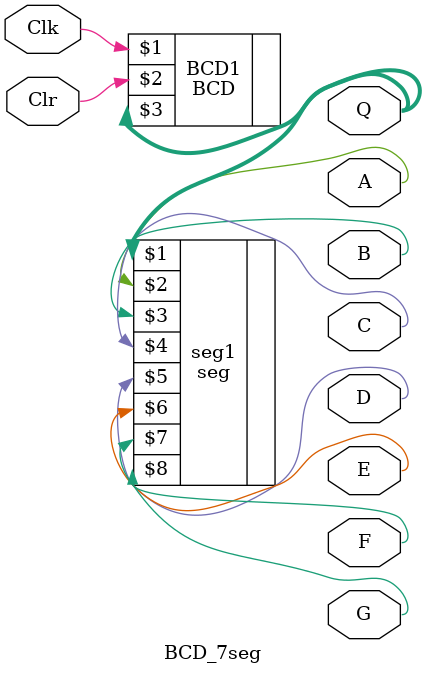
<source format=v>

module BCD_7seg (Clk,Clr,Q,A,B,C,D,E,F,G);
input  Clk,Clr;		// ¤@¦ì¤¸¿é¤J
output A,B,C,D,E,F,G;	// ¤@¦ì¤¸¿é¥X
output [3:0] Q;		// ¥|¦ì¤¸¿é¥X
wire   [3:0] Q;         // «Å§i¬°³s½u¸ê®Æ

// ©I¥s¼Ò²Õ¨ÒÃÒ, ¨Ì¶¶§Ç
BCD BCD1 (Clk,Clr,Q);
 	// BCD.v ¤§¿é¥X¤J°ð¶¶§Ç (Clk,Clr,Cnt)
seg seg1 (Q,A,B,C,D,E,F,G);
  	// seg.v ¤§¿é¥X¤J°ð¶¶§Ç (Di,A,B,C,D,E,F,G)



endmodule

</source>
